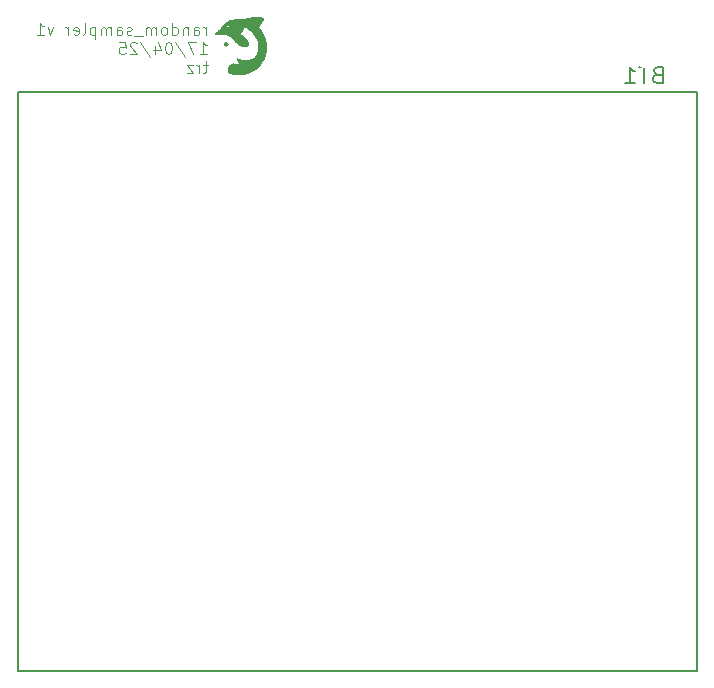
<source format=gbo>
%TF.GenerationSoftware,KiCad,Pcbnew,9.0.1*%
%TF.CreationDate,2025-04-18T15:20:57+02:00*%
%TF.ProjectId,random_sampler,72616e64-6f6d-45f7-9361-6d706c65722e,rev?*%
%TF.SameCoordinates,Original*%
%TF.FileFunction,Legend,Bot*%
%TF.FilePolarity,Positive*%
%FSLAX46Y46*%
G04 Gerber Fmt 4.6, Leading zero omitted, Abs format (unit mm)*
G04 Created by KiCad (PCBNEW 9.0.1) date 2025-04-18 15:20:57*
%MOMM*%
%LPD*%
G01*
G04 APERTURE LIST*
%ADD10C,0.100000*%
%ADD11C,0.150000*%
%ADD12C,0.127000*%
%ADD13C,0.000000*%
%ADD14R,1.700000X1.700000*%
%ADD15C,1.700000*%
%ADD16C,2.000000*%
%ADD17C,3.200000*%
%ADD18C,1.000000*%
%ADD19C,2.370000*%
%ADD20C,1.959000*%
G04 APERTURE END LIST*
D10*
X27196115Y-3152531D02*
X27196115Y-2485864D01*
X27196115Y-2676340D02*
X27148496Y-2581102D01*
X27148496Y-2581102D02*
X27100877Y-2533483D01*
X27100877Y-2533483D02*
X27005639Y-2485864D01*
X27005639Y-2485864D02*
X26910401Y-2485864D01*
X26148496Y-3152531D02*
X26148496Y-2628721D01*
X26148496Y-2628721D02*
X26196115Y-2533483D01*
X26196115Y-2533483D02*
X26291353Y-2485864D01*
X26291353Y-2485864D02*
X26481829Y-2485864D01*
X26481829Y-2485864D02*
X26577067Y-2533483D01*
X26148496Y-3104912D02*
X26243734Y-3152531D01*
X26243734Y-3152531D02*
X26481829Y-3152531D01*
X26481829Y-3152531D02*
X26577067Y-3104912D01*
X26577067Y-3104912D02*
X26624686Y-3009673D01*
X26624686Y-3009673D02*
X26624686Y-2914435D01*
X26624686Y-2914435D02*
X26577067Y-2819197D01*
X26577067Y-2819197D02*
X26481829Y-2771578D01*
X26481829Y-2771578D02*
X26243734Y-2771578D01*
X26243734Y-2771578D02*
X26148496Y-2723959D01*
X25672305Y-2485864D02*
X25672305Y-3152531D01*
X25672305Y-2581102D02*
X25624686Y-2533483D01*
X25624686Y-2533483D02*
X25529448Y-2485864D01*
X25529448Y-2485864D02*
X25386591Y-2485864D01*
X25386591Y-2485864D02*
X25291353Y-2533483D01*
X25291353Y-2533483D02*
X25243734Y-2628721D01*
X25243734Y-2628721D02*
X25243734Y-3152531D01*
X24338972Y-3152531D02*
X24338972Y-2152531D01*
X24338972Y-3104912D02*
X24434210Y-3152531D01*
X24434210Y-3152531D02*
X24624686Y-3152531D01*
X24624686Y-3152531D02*
X24719924Y-3104912D01*
X24719924Y-3104912D02*
X24767543Y-3057292D01*
X24767543Y-3057292D02*
X24815162Y-2962054D01*
X24815162Y-2962054D02*
X24815162Y-2676340D01*
X24815162Y-2676340D02*
X24767543Y-2581102D01*
X24767543Y-2581102D02*
X24719924Y-2533483D01*
X24719924Y-2533483D02*
X24624686Y-2485864D01*
X24624686Y-2485864D02*
X24434210Y-2485864D01*
X24434210Y-2485864D02*
X24338972Y-2533483D01*
X23719924Y-3152531D02*
X23815162Y-3104912D01*
X23815162Y-3104912D02*
X23862781Y-3057292D01*
X23862781Y-3057292D02*
X23910400Y-2962054D01*
X23910400Y-2962054D02*
X23910400Y-2676340D01*
X23910400Y-2676340D02*
X23862781Y-2581102D01*
X23862781Y-2581102D02*
X23815162Y-2533483D01*
X23815162Y-2533483D02*
X23719924Y-2485864D01*
X23719924Y-2485864D02*
X23577067Y-2485864D01*
X23577067Y-2485864D02*
X23481829Y-2533483D01*
X23481829Y-2533483D02*
X23434210Y-2581102D01*
X23434210Y-2581102D02*
X23386591Y-2676340D01*
X23386591Y-2676340D02*
X23386591Y-2962054D01*
X23386591Y-2962054D02*
X23434210Y-3057292D01*
X23434210Y-3057292D02*
X23481829Y-3104912D01*
X23481829Y-3104912D02*
X23577067Y-3152531D01*
X23577067Y-3152531D02*
X23719924Y-3152531D01*
X22958019Y-3152531D02*
X22958019Y-2485864D01*
X22958019Y-2581102D02*
X22910400Y-2533483D01*
X22910400Y-2533483D02*
X22815162Y-2485864D01*
X22815162Y-2485864D02*
X22672305Y-2485864D01*
X22672305Y-2485864D02*
X22577067Y-2533483D01*
X22577067Y-2533483D02*
X22529448Y-2628721D01*
X22529448Y-2628721D02*
X22529448Y-3152531D01*
X22529448Y-2628721D02*
X22481829Y-2533483D01*
X22481829Y-2533483D02*
X22386591Y-2485864D01*
X22386591Y-2485864D02*
X22243734Y-2485864D01*
X22243734Y-2485864D02*
X22148495Y-2533483D01*
X22148495Y-2533483D02*
X22100876Y-2628721D01*
X22100876Y-2628721D02*
X22100876Y-3152531D01*
X21862782Y-3247769D02*
X21100877Y-3247769D01*
X20910400Y-3104912D02*
X20815162Y-3152531D01*
X20815162Y-3152531D02*
X20624686Y-3152531D01*
X20624686Y-3152531D02*
X20529448Y-3104912D01*
X20529448Y-3104912D02*
X20481829Y-3009673D01*
X20481829Y-3009673D02*
X20481829Y-2962054D01*
X20481829Y-2962054D02*
X20529448Y-2866816D01*
X20529448Y-2866816D02*
X20624686Y-2819197D01*
X20624686Y-2819197D02*
X20767543Y-2819197D01*
X20767543Y-2819197D02*
X20862781Y-2771578D01*
X20862781Y-2771578D02*
X20910400Y-2676340D01*
X20910400Y-2676340D02*
X20910400Y-2628721D01*
X20910400Y-2628721D02*
X20862781Y-2533483D01*
X20862781Y-2533483D02*
X20767543Y-2485864D01*
X20767543Y-2485864D02*
X20624686Y-2485864D01*
X20624686Y-2485864D02*
X20529448Y-2533483D01*
X19624686Y-3152531D02*
X19624686Y-2628721D01*
X19624686Y-2628721D02*
X19672305Y-2533483D01*
X19672305Y-2533483D02*
X19767543Y-2485864D01*
X19767543Y-2485864D02*
X19958019Y-2485864D01*
X19958019Y-2485864D02*
X20053257Y-2533483D01*
X19624686Y-3104912D02*
X19719924Y-3152531D01*
X19719924Y-3152531D02*
X19958019Y-3152531D01*
X19958019Y-3152531D02*
X20053257Y-3104912D01*
X20053257Y-3104912D02*
X20100876Y-3009673D01*
X20100876Y-3009673D02*
X20100876Y-2914435D01*
X20100876Y-2914435D02*
X20053257Y-2819197D01*
X20053257Y-2819197D02*
X19958019Y-2771578D01*
X19958019Y-2771578D02*
X19719924Y-2771578D01*
X19719924Y-2771578D02*
X19624686Y-2723959D01*
X19148495Y-3152531D02*
X19148495Y-2485864D01*
X19148495Y-2581102D02*
X19100876Y-2533483D01*
X19100876Y-2533483D02*
X19005638Y-2485864D01*
X19005638Y-2485864D02*
X18862781Y-2485864D01*
X18862781Y-2485864D02*
X18767543Y-2533483D01*
X18767543Y-2533483D02*
X18719924Y-2628721D01*
X18719924Y-2628721D02*
X18719924Y-3152531D01*
X18719924Y-2628721D02*
X18672305Y-2533483D01*
X18672305Y-2533483D02*
X18577067Y-2485864D01*
X18577067Y-2485864D02*
X18434210Y-2485864D01*
X18434210Y-2485864D02*
X18338971Y-2533483D01*
X18338971Y-2533483D02*
X18291352Y-2628721D01*
X18291352Y-2628721D02*
X18291352Y-3152531D01*
X17815162Y-2485864D02*
X17815162Y-3485864D01*
X17815162Y-2533483D02*
X17719924Y-2485864D01*
X17719924Y-2485864D02*
X17529448Y-2485864D01*
X17529448Y-2485864D02*
X17434210Y-2533483D01*
X17434210Y-2533483D02*
X17386591Y-2581102D01*
X17386591Y-2581102D02*
X17338972Y-2676340D01*
X17338972Y-2676340D02*
X17338972Y-2962054D01*
X17338972Y-2962054D02*
X17386591Y-3057292D01*
X17386591Y-3057292D02*
X17434210Y-3104912D01*
X17434210Y-3104912D02*
X17529448Y-3152531D01*
X17529448Y-3152531D02*
X17719924Y-3152531D01*
X17719924Y-3152531D02*
X17815162Y-3104912D01*
X16767543Y-3152531D02*
X16862781Y-3104912D01*
X16862781Y-3104912D02*
X16910400Y-3009673D01*
X16910400Y-3009673D02*
X16910400Y-2152531D01*
X16005638Y-3104912D02*
X16100876Y-3152531D01*
X16100876Y-3152531D02*
X16291352Y-3152531D01*
X16291352Y-3152531D02*
X16386590Y-3104912D01*
X16386590Y-3104912D02*
X16434209Y-3009673D01*
X16434209Y-3009673D02*
X16434209Y-2628721D01*
X16434209Y-2628721D02*
X16386590Y-2533483D01*
X16386590Y-2533483D02*
X16291352Y-2485864D01*
X16291352Y-2485864D02*
X16100876Y-2485864D01*
X16100876Y-2485864D02*
X16005638Y-2533483D01*
X16005638Y-2533483D02*
X15958019Y-2628721D01*
X15958019Y-2628721D02*
X15958019Y-2723959D01*
X15958019Y-2723959D02*
X16434209Y-2819197D01*
X15529447Y-3152531D02*
X15529447Y-2485864D01*
X15529447Y-2676340D02*
X15481828Y-2581102D01*
X15481828Y-2581102D02*
X15434209Y-2533483D01*
X15434209Y-2533483D02*
X15338971Y-2485864D01*
X15338971Y-2485864D02*
X15243733Y-2485864D01*
X14243732Y-2485864D02*
X14005637Y-3152531D01*
X14005637Y-3152531D02*
X13767542Y-2485864D01*
X12862780Y-3152531D02*
X13434208Y-3152531D01*
X13148494Y-3152531D02*
X13148494Y-2152531D01*
X13148494Y-2152531D02*
X13243732Y-2295388D01*
X13243732Y-2295388D02*
X13338970Y-2390626D01*
X13338970Y-2390626D02*
X13434208Y-2438245D01*
X26672306Y-4762475D02*
X27243734Y-4762475D01*
X26958020Y-4762475D02*
X26958020Y-3762475D01*
X26958020Y-3762475D02*
X27053258Y-3905332D01*
X27053258Y-3905332D02*
X27148496Y-4000570D01*
X27148496Y-4000570D02*
X27243734Y-4048189D01*
X26338972Y-3762475D02*
X25672306Y-3762475D01*
X25672306Y-3762475D02*
X26100877Y-4762475D01*
X24577068Y-3714856D02*
X25434210Y-5000570D01*
X24053258Y-3762475D02*
X23958020Y-3762475D01*
X23958020Y-3762475D02*
X23862782Y-3810094D01*
X23862782Y-3810094D02*
X23815163Y-3857713D01*
X23815163Y-3857713D02*
X23767544Y-3952951D01*
X23767544Y-3952951D02*
X23719925Y-4143427D01*
X23719925Y-4143427D02*
X23719925Y-4381522D01*
X23719925Y-4381522D02*
X23767544Y-4571998D01*
X23767544Y-4571998D02*
X23815163Y-4667236D01*
X23815163Y-4667236D02*
X23862782Y-4714856D01*
X23862782Y-4714856D02*
X23958020Y-4762475D01*
X23958020Y-4762475D02*
X24053258Y-4762475D01*
X24053258Y-4762475D02*
X24148496Y-4714856D01*
X24148496Y-4714856D02*
X24196115Y-4667236D01*
X24196115Y-4667236D02*
X24243734Y-4571998D01*
X24243734Y-4571998D02*
X24291353Y-4381522D01*
X24291353Y-4381522D02*
X24291353Y-4143427D01*
X24291353Y-4143427D02*
X24243734Y-3952951D01*
X24243734Y-3952951D02*
X24196115Y-3857713D01*
X24196115Y-3857713D02*
X24148496Y-3810094D01*
X24148496Y-3810094D02*
X24053258Y-3762475D01*
X22862782Y-4095808D02*
X22862782Y-4762475D01*
X23100877Y-3714856D02*
X23338972Y-4429141D01*
X23338972Y-4429141D02*
X22719925Y-4429141D01*
X21624687Y-3714856D02*
X22481829Y-5000570D01*
X21338972Y-3857713D02*
X21291353Y-3810094D01*
X21291353Y-3810094D02*
X21196115Y-3762475D01*
X21196115Y-3762475D02*
X20958020Y-3762475D01*
X20958020Y-3762475D02*
X20862782Y-3810094D01*
X20862782Y-3810094D02*
X20815163Y-3857713D01*
X20815163Y-3857713D02*
X20767544Y-3952951D01*
X20767544Y-3952951D02*
X20767544Y-4048189D01*
X20767544Y-4048189D02*
X20815163Y-4191046D01*
X20815163Y-4191046D02*
X21386591Y-4762475D01*
X21386591Y-4762475D02*
X20767544Y-4762475D01*
X19862782Y-3762475D02*
X20338972Y-3762475D01*
X20338972Y-3762475D02*
X20386591Y-4238665D01*
X20386591Y-4238665D02*
X20338972Y-4191046D01*
X20338972Y-4191046D02*
X20243734Y-4143427D01*
X20243734Y-4143427D02*
X20005639Y-4143427D01*
X20005639Y-4143427D02*
X19910401Y-4191046D01*
X19910401Y-4191046D02*
X19862782Y-4238665D01*
X19862782Y-4238665D02*
X19815163Y-4333903D01*
X19815163Y-4333903D02*
X19815163Y-4571998D01*
X19815163Y-4571998D02*
X19862782Y-4667236D01*
X19862782Y-4667236D02*
X19910401Y-4714856D01*
X19910401Y-4714856D02*
X20005639Y-4762475D01*
X20005639Y-4762475D02*
X20243734Y-4762475D01*
X20243734Y-4762475D02*
X20338972Y-4714856D01*
X20338972Y-4714856D02*
X20386591Y-4667236D01*
X27338972Y-5705752D02*
X26958020Y-5705752D01*
X27196115Y-5372419D02*
X27196115Y-6229561D01*
X27196115Y-6229561D02*
X27148496Y-6324800D01*
X27148496Y-6324800D02*
X27053258Y-6372419D01*
X27053258Y-6372419D02*
X26958020Y-6372419D01*
X26624686Y-6372419D02*
X26624686Y-5705752D01*
X26624686Y-5896228D02*
X26577067Y-5800990D01*
X26577067Y-5800990D02*
X26529448Y-5753371D01*
X26529448Y-5753371D02*
X26434210Y-5705752D01*
X26434210Y-5705752D02*
X26338972Y-5705752D01*
X26100876Y-5705752D02*
X25577067Y-5705752D01*
X25577067Y-5705752D02*
X26100876Y-6372419D01*
X26100876Y-6372419D02*
X25577067Y-6372419D01*
D11*
X65405000Y-6517533D02*
X65205000Y-6584200D01*
X65205000Y-6584200D02*
X65138333Y-6650866D01*
X65138333Y-6650866D02*
X65071666Y-6784200D01*
X65071666Y-6784200D02*
X65071666Y-6984200D01*
X65071666Y-6984200D02*
X65138333Y-7117533D01*
X65138333Y-7117533D02*
X65205000Y-7184200D01*
X65205000Y-7184200D02*
X65338333Y-7250866D01*
X65338333Y-7250866D02*
X65871666Y-7250866D01*
X65871666Y-7250866D02*
X65871666Y-5850866D01*
X65871666Y-5850866D02*
X65405000Y-5850866D01*
X65405000Y-5850866D02*
X65271666Y-5917533D01*
X65271666Y-5917533D02*
X65205000Y-5984200D01*
X65205000Y-5984200D02*
X65138333Y-6117533D01*
X65138333Y-6117533D02*
X65138333Y-6250866D01*
X65138333Y-6250866D02*
X65205000Y-6384200D01*
X65205000Y-6384200D02*
X65271666Y-6450866D01*
X65271666Y-6450866D02*
X65405000Y-6517533D01*
X65405000Y-6517533D02*
X65871666Y-6517533D01*
X64671666Y-5850866D02*
X63871666Y-5850866D01*
X64271666Y-7250866D02*
X64271666Y-5850866D01*
X62671666Y-7250866D02*
X63471666Y-7250866D01*
X63071666Y-7250866D02*
X63071666Y-5850866D01*
X63071666Y-5850866D02*
X63204999Y-6050866D01*
X63204999Y-6050866D02*
X63338333Y-6184200D01*
X63338333Y-6184200D02*
X63471666Y-6250866D01*
D12*
%TO.C,BT1*%
X11250000Y-8000000D02*
X11250000Y-57000000D01*
X11250000Y-8000000D02*
X68750000Y-8000000D01*
X11250000Y-57000000D02*
X68750000Y-57000000D01*
X68750000Y-57000000D02*
X68750000Y-8000000D01*
D13*
%TO.C,G\u002A\u002A\u002A*%
G36*
X28943722Y-3765731D02*
G01*
X28993214Y-3782617D01*
X29002272Y-3787532D01*
X29043076Y-3819419D01*
X29072347Y-3859559D01*
X29089727Y-3905211D01*
X29094857Y-3953632D01*
X29087378Y-4002081D01*
X29066932Y-4047816D01*
X29033161Y-4088096D01*
X29011613Y-4105322D01*
X28975948Y-4124312D01*
X28931000Y-4137425D01*
X28921880Y-4138722D01*
X28890007Y-4137532D01*
X28854364Y-4130339D01*
X28822455Y-4118454D01*
X28801326Y-4105196D01*
X28770098Y-4077035D01*
X28743685Y-4043837D01*
X28727066Y-4011197D01*
X28718529Y-3963757D01*
X28723293Y-3912598D01*
X28741051Y-3863989D01*
X28770529Y-3821344D01*
X28810451Y-3788074D01*
X28841418Y-3773233D01*
X28891737Y-3762644D01*
X28943722Y-3765731D01*
G37*
G36*
X31730955Y-2425926D02*
G01*
X31709869Y-2470090D01*
X31693155Y-2510306D01*
X31763349Y-2588653D01*
X31826046Y-2661657D01*
X31937728Y-2808481D01*
X32038340Y-2963811D01*
X32126649Y-3125495D01*
X32201423Y-3291377D01*
X32261430Y-3459304D01*
X32302501Y-3606894D01*
X32342167Y-3800003D01*
X32366170Y-3993382D01*
X32374540Y-4186399D01*
X32367308Y-4378423D01*
X32344502Y-4568826D01*
X32306152Y-4756978D01*
X32252288Y-4942247D01*
X32182941Y-5124003D01*
X32143604Y-5210976D01*
X32053110Y-5382810D01*
X31949784Y-5545779D01*
X31834309Y-5699255D01*
X31707366Y-5842607D01*
X31569635Y-5975207D01*
X31421797Y-6096426D01*
X31264534Y-6205633D01*
X31098526Y-6302199D01*
X30924455Y-6385495D01*
X30743000Y-6454892D01*
X30670356Y-6477840D01*
X30578997Y-6503042D01*
X30486400Y-6524997D01*
X30395748Y-6543082D01*
X30310225Y-6556671D01*
X30233013Y-6565140D01*
X30167295Y-6567865D01*
X30163491Y-6567857D01*
X30133007Y-6568848D01*
X30108509Y-6571385D01*
X30095000Y-6574976D01*
X30094719Y-6575136D01*
X30081545Y-6577622D01*
X30055356Y-6579139D01*
X30018954Y-6579747D01*
X29975141Y-6579504D01*
X29926720Y-6578468D01*
X29876492Y-6576699D01*
X29827262Y-6574256D01*
X29781830Y-6571197D01*
X29743000Y-6567582D01*
X29703361Y-6562801D01*
X29617826Y-6550422D01*
X29531449Y-6535399D01*
X29447595Y-6518437D01*
X29369626Y-6500244D01*
X29300905Y-6481524D01*
X29244797Y-6462985D01*
X29233330Y-6458123D01*
X29191132Y-6430992D01*
X29150013Y-6391286D01*
X29111624Y-6341672D01*
X29077618Y-6284814D01*
X29049645Y-6223380D01*
X29029356Y-6160035D01*
X29018403Y-6097445D01*
X29017011Y-6075450D01*
X29021380Y-6000503D01*
X29038543Y-5925212D01*
X29067087Y-5852202D01*
X29105601Y-5784098D01*
X29152673Y-5723524D01*
X29206892Y-5673106D01*
X29266847Y-5635467D01*
X29309131Y-5615554D01*
X29353918Y-5597204D01*
X29394722Y-5584909D01*
X29436519Y-5577547D01*
X29484286Y-5573994D01*
X29543000Y-5573126D01*
X29563711Y-5573355D01*
X29639960Y-5578055D01*
X29715538Y-5589456D01*
X29795025Y-5608402D01*
X29883000Y-5635736D01*
X29908510Y-5644304D01*
X29937890Y-5653918D01*
X29958923Y-5660491D01*
X29968218Y-5662940D01*
X29969750Y-5660505D01*
X29967288Y-5645102D01*
X29958553Y-5616004D01*
X29943723Y-5573781D01*
X29922976Y-5519000D01*
X29917390Y-5504570D01*
X29900911Y-5461584D01*
X29884618Y-5418574D01*
X29871341Y-5383000D01*
X29863579Y-5362055D01*
X29848672Y-5322171D01*
X29831990Y-5277831D01*
X29815898Y-5235336D01*
X29803820Y-5202018D01*
X29793821Y-5171112D01*
X29787777Y-5148285D01*
X29786691Y-5136920D01*
X29787688Y-5132205D01*
X29782909Y-5131056D01*
X29779889Y-5132277D01*
X29775000Y-5127472D01*
X29775002Y-5127207D01*
X29776607Y-5121430D01*
X29782866Y-5120184D01*
X29796166Y-5124178D01*
X29818896Y-5134119D01*
X29853443Y-5150715D01*
X29856682Y-5152291D01*
X29965842Y-5198352D01*
X30086491Y-5236754D01*
X30215746Y-5266705D01*
X30350722Y-5287412D01*
X30387819Y-5290775D01*
X30452922Y-5293623D01*
X30524276Y-5293844D01*
X30597452Y-5291597D01*
X30668021Y-5287044D01*
X30731552Y-5280347D01*
X30783617Y-5271666D01*
X30850421Y-5255468D01*
X30949138Y-5224581D01*
X31041600Y-5187323D01*
X31124618Y-5145033D01*
X31195000Y-5099051D01*
X31213133Y-5085018D01*
X31294110Y-5012269D01*
X31367886Y-4929483D01*
X31431533Y-4840239D01*
X31482124Y-4748115D01*
X31516432Y-4664864D01*
X31551613Y-4552128D01*
X31578593Y-4431136D01*
X31596917Y-4305166D01*
X31606132Y-4177496D01*
X31605784Y-4051404D01*
X31595418Y-3930168D01*
X31592175Y-3906054D01*
X31585932Y-3863767D01*
X31579327Y-3826866D01*
X31571400Y-3791244D01*
X31561191Y-3752796D01*
X31547738Y-3707417D01*
X31530081Y-3651000D01*
X31510234Y-3592584D01*
X31449396Y-3448176D01*
X31373151Y-3308034D01*
X31281511Y-3172180D01*
X31174495Y-3040640D01*
X31052115Y-2913436D01*
X30995358Y-2861154D01*
X30933078Y-2808088D01*
X30868722Y-2757042D01*
X30803998Y-2709144D01*
X30740613Y-2665520D01*
X30680273Y-2627300D01*
X30624686Y-2595610D01*
X30575558Y-2571578D01*
X30534596Y-2556332D01*
X30503507Y-2551000D01*
X30470894Y-2558079D01*
X30438058Y-2580951D01*
X30407051Y-2619541D01*
X30377952Y-2673748D01*
X30350841Y-2743473D01*
X30342764Y-2764948D01*
X30331763Y-2786536D01*
X30316411Y-2808664D01*
X30294267Y-2834799D01*
X30262890Y-2868407D01*
X30257328Y-2874266D01*
X30207892Y-2930878D01*
X30170931Y-2982379D01*
X30146705Y-3028163D01*
X30135473Y-3067624D01*
X30137494Y-3100153D01*
X30153028Y-3125146D01*
X30157744Y-3128810D01*
X30178210Y-3140246D01*
X30207430Y-3153291D01*
X30240729Y-3165780D01*
X30245828Y-3167542D01*
X30332136Y-3205512D01*
X30417507Y-3257957D01*
X30500321Y-3323455D01*
X30578958Y-3400583D01*
X30651798Y-3487919D01*
X30717221Y-3584041D01*
X30735456Y-3614850D01*
X30775081Y-3692348D01*
X30802291Y-3765174D01*
X30817970Y-3836030D01*
X30823000Y-3907614D01*
X30819953Y-3962444D01*
X30808479Y-4013879D01*
X30787318Y-4057512D01*
X30755257Y-4096729D01*
X30744568Y-4106736D01*
X30695989Y-4140032D01*
X30636017Y-4166144D01*
X30567204Y-4184521D01*
X30492104Y-4194612D01*
X30413270Y-4195867D01*
X30333255Y-4187735D01*
X30272366Y-4175645D01*
X30211373Y-4157497D01*
X30151492Y-4132235D01*
X30086637Y-4097634D01*
X30062993Y-4083588D01*
X30033279Y-4064532D01*
X30003190Y-4043350D01*
X29971544Y-4018991D01*
X29937157Y-3990403D01*
X29898845Y-3956532D01*
X29855425Y-3916328D01*
X29805714Y-3868736D01*
X29748528Y-3812706D01*
X29682685Y-3747185D01*
X29607000Y-3671121D01*
X29551762Y-3615703D01*
X29496524Y-3560860D01*
X29444227Y-3509494D01*
X29396246Y-3462930D01*
X29353957Y-3422494D01*
X29318736Y-3389512D01*
X29291958Y-3365310D01*
X29275000Y-3351213D01*
X29238841Y-3326072D01*
X29171208Y-3287170D01*
X29096012Y-3253853D01*
X29011623Y-3225607D01*
X28916411Y-3201920D01*
X28808747Y-3182278D01*
X28687000Y-3166169D01*
X28664832Y-3164167D01*
X28619059Y-3161567D01*
X28562175Y-3159595D01*
X28497149Y-3158250D01*
X28426949Y-3157532D01*
X28354545Y-3157439D01*
X28282905Y-3157971D01*
X28214999Y-3159127D01*
X28153794Y-3160907D01*
X28102261Y-3163309D01*
X28063367Y-3166332D01*
X28035541Y-3169125D01*
X28006043Y-3171301D01*
X27987040Y-3171111D01*
X27975350Y-3168452D01*
X27967793Y-3163220D01*
X27961580Y-3152950D01*
X27956286Y-3128037D01*
X27956057Y-3096751D01*
X27960786Y-3064389D01*
X27970366Y-3036249D01*
X27984389Y-3013673D01*
X28014754Y-2977365D01*
X28058278Y-2933914D01*
X28114527Y-2883742D01*
X28183071Y-2827275D01*
X28239927Y-2780618D01*
X28319221Y-2709950D01*
X28384343Y-2644085D01*
X28435025Y-2583301D01*
X28471000Y-2527876D01*
X28512103Y-2456541D01*
X28542891Y-2410989D01*
X28935359Y-2410989D01*
X28939440Y-2441848D01*
X28957000Y-2471367D01*
X28967500Y-2481387D01*
X28997147Y-2496887D01*
X29029057Y-2499938D01*
X29059812Y-2491828D01*
X29085995Y-2473843D01*
X29104187Y-2447270D01*
X29110971Y-2413397D01*
X29110312Y-2405564D01*
X29099948Y-2377756D01*
X29080400Y-2352295D01*
X29056080Y-2335447D01*
X29047353Y-2332308D01*
X29013947Y-2328846D01*
X28984050Y-2337717D01*
X28959657Y-2356189D01*
X28942763Y-2381524D01*
X28935359Y-2410989D01*
X28542891Y-2410989D01*
X28572124Y-2367738D01*
X28637854Y-2288312D01*
X28711349Y-2216305D01*
X28794667Y-2149757D01*
X28889865Y-2086709D01*
X28999000Y-2025204D01*
X29073576Y-1987446D01*
X29195391Y-1932498D01*
X29309471Y-1889875D01*
X29415000Y-1859901D01*
X29447255Y-1852520D01*
X29536441Y-1833904D01*
X29620555Y-1819507D01*
X29704850Y-1808612D01*
X29794581Y-1800504D01*
X29895000Y-1794465D01*
X29917667Y-1793614D01*
X29967918Y-1792971D01*
X30024643Y-1793513D01*
X30085031Y-1795095D01*
X30146275Y-1797576D01*
X30205565Y-1800813D01*
X30260092Y-1804662D01*
X30307046Y-1808982D01*
X30343619Y-1813628D01*
X30367000Y-1818459D01*
X30386984Y-1824511D01*
X30413039Y-1831205D01*
X30434755Y-1833589D01*
X30455840Y-1831052D01*
X30480000Y-1822978D01*
X30510943Y-1808754D01*
X30552376Y-1787767D01*
X30561883Y-1782914D01*
X30603841Y-1762418D01*
X30640958Y-1746481D01*
X30678379Y-1733243D01*
X30721249Y-1720846D01*
X30774712Y-1707431D01*
X30835547Y-1693314D01*
X31050301Y-1651745D01*
X31261424Y-1623786D01*
X31467000Y-1609710D01*
X31563147Y-1608247D01*
X31678954Y-1612610D01*
X31782510Y-1624250D01*
X31875000Y-1643265D01*
X31895516Y-1648817D01*
X31964438Y-1671607D01*
X32019072Y-1697547D01*
X32059533Y-1727284D01*
X32085936Y-1761463D01*
X32098396Y-1800730D01*
X32097028Y-1845731D01*
X32081947Y-1897112D01*
X32053267Y-1955519D01*
X32011104Y-2021598D01*
X31955572Y-2095994D01*
X31940133Y-2116028D01*
X31923000Y-2139053D01*
X31915108Y-2149876D01*
X31898400Y-2172675D01*
X31877012Y-2201785D01*
X31853681Y-2233480D01*
X31837027Y-2256478D01*
X31796642Y-2315652D01*
X31760582Y-2373291D01*
X31738007Y-2413397D01*
X31730955Y-2425926D01*
G37*
%TD*%
%LPC*%
D14*
%TO.C,J2*%
X5500000Y-19775000D03*
D15*
X5500000Y-22315000D03*
%TD*%
D16*
%TO.C,TP15*%
X64500000Y-60000000D03*
%TD*%
%TO.C,TP17*%
X61000000Y-60000000D03*
%TD*%
%TO.C,TP11*%
X57500000Y-5000000D03*
%TD*%
%TO.C,TP1*%
X12000000Y-60000000D03*
%TD*%
D17*
%TO.C,H4*%
X5000000Y-60000000D03*
%TD*%
D16*
%TO.C,TP12*%
X64500000Y-5000000D03*
%TD*%
D18*
%TO.C,J1*%
X75950000Y-24950000D03*
X75950000Y-16950000D03*
%TD*%
D17*
%TO.C,H5*%
X40000000Y-60000000D03*
%TD*%
D16*
%TO.C,TP19*%
X68000000Y-60000000D03*
%TD*%
%TO.C,TP6*%
X26000000Y-60000000D03*
%TD*%
%TO.C,TP13*%
X61000000Y-5000000D03*
%TD*%
%TO.C,TP10*%
X54000000Y-5000000D03*
%TD*%
%TO.C,TP14*%
X54000000Y-60000000D03*
%TD*%
%TO.C,TP9*%
X50500000Y-5000000D03*
%TD*%
%TO.C,TP7*%
X47000000Y-60000000D03*
%TD*%
%TO.C,TP4*%
X22500000Y-60000000D03*
%TD*%
%TO.C,TP8*%
X50500000Y-60000000D03*
%TD*%
D14*
%TO.C,J4*%
X71100000Y-35800000D03*
D15*
X71100000Y-33260000D03*
%TD*%
D14*
%TO.C,SW2*%
X5500000Y-48000000D03*
D15*
X5500000Y-45460000D03*
X5500000Y-42920000D03*
%TD*%
D16*
%TO.C,TP20*%
X29500000Y-60000000D03*
%TD*%
%TO.C,TP2*%
X15500000Y-60000000D03*
%TD*%
D17*
%TO.C,H2*%
X40000000Y-5000000D03*
%TD*%
%TO.C,H6*%
X75000000Y-60000000D03*
%TD*%
%TO.C,H3*%
X75000000Y-5000000D03*
%TD*%
D16*
%TO.C,TP18*%
X33000000Y-60000000D03*
%TD*%
%TO.C,TP21*%
X47000000Y-5000000D03*
%TD*%
D17*
%TO.C,H1*%
X5000000Y-5000000D03*
%TD*%
D16*
%TO.C,TP3*%
X19000000Y-60000000D03*
%TD*%
%TO.C,TP16*%
X57500000Y-60000000D03*
%TD*%
D14*
%TO.C,J3*%
X71100000Y-53040000D03*
D15*
X71100000Y-50500000D03*
%TD*%
D16*
%TO.C,TP5*%
X68000000Y-5000000D03*
%TD*%
D19*
%TO.C,BT1*%
X39750000Y-46500000D03*
X39750000Y-16500000D03*
D20*
X13680000Y-48000000D03*
X13680000Y-35200000D03*
%TD*%
%LPD*%
M02*

</source>
